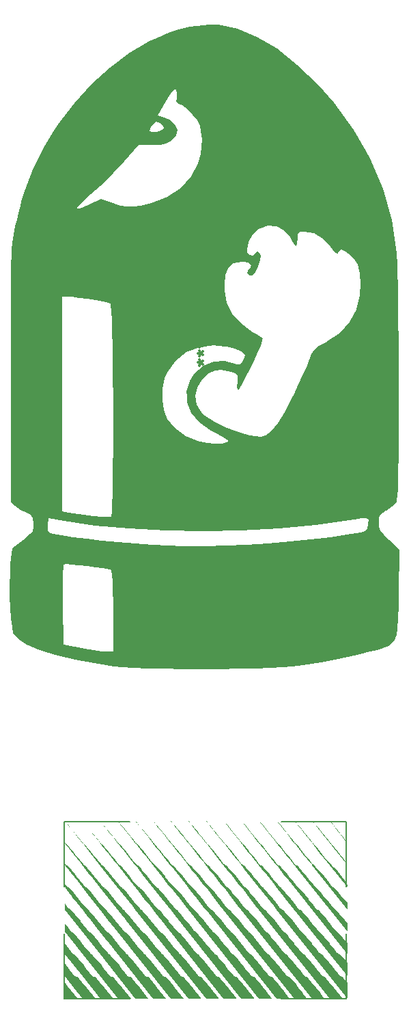
<source format=gbr>
%TF.GenerationSoftware,KiCad,Pcbnew,9.0.6*%
%TF.CreationDate,2026-01-10T23:27:57+00:00*%
%TF.ProjectId,P.P.B.T,502e502e-422e-4542-9e6b-696361645f70,rev?*%
%TF.SameCoordinates,Original*%
%TF.FileFunction,Legend,Bot*%
%TF.FilePolarity,Positive*%
%FSLAX46Y46*%
G04 Gerber Fmt 4.6, Leading zero omitted, Abs format (unit mm)*
G04 Created by KiCad (PCBNEW 9.0.6) date 2026-01-10 23:27:57*
%MOMM*%
%LPD*%
G01*
G04 APERTURE LIST*
%ADD10C,0.300000*%
%ADD11C,0.150000*%
%ADD12C,0.000000*%
G04 APERTURE END LIST*
D10*
X161232680Y-65153820D02*
X161161251Y-65010963D01*
X161161251Y-65010963D02*
X161161251Y-64796677D01*
X161161251Y-64796677D02*
X161232680Y-64582391D01*
X161232680Y-64582391D02*
X161375537Y-64439534D01*
X161375537Y-64439534D02*
X161518394Y-64368105D01*
X161518394Y-64368105D02*
X161804108Y-64296677D01*
X161804108Y-64296677D02*
X162018394Y-64296677D01*
X162018394Y-64296677D02*
X162304108Y-64368105D01*
X162304108Y-64368105D02*
X162446965Y-64439534D01*
X162446965Y-64439534D02*
X162589823Y-64582391D01*
X162589823Y-64582391D02*
X162661251Y-64796677D01*
X162661251Y-64796677D02*
X162661251Y-64939534D01*
X162661251Y-64939534D02*
X162589823Y-65153820D01*
X162589823Y-65153820D02*
X162518394Y-65225248D01*
X162518394Y-65225248D02*
X162018394Y-65225248D01*
X162018394Y-65225248D02*
X162018394Y-64939534D01*
X161161251Y-66082391D02*
X161518394Y-66082391D01*
X161375537Y-65725248D02*
X161518394Y-66082391D01*
X161518394Y-66082391D02*
X161375537Y-66439534D01*
X161804108Y-65868105D02*
X161518394Y-66082391D01*
X161518394Y-66082391D02*
X161804108Y-66296677D01*
X161161251Y-67225248D02*
X161518394Y-67225248D01*
X161375537Y-66868105D02*
X161518394Y-67225248D01*
X161518394Y-67225248D02*
X161375537Y-67582391D01*
X161804108Y-67010962D02*
X161518394Y-67225248D01*
X161518394Y-67225248D02*
X161804108Y-67439534D01*
X161161251Y-68368105D02*
X161518394Y-68368105D01*
X161375537Y-68010962D02*
X161518394Y-68368105D01*
X161518394Y-68368105D02*
X161375537Y-68725248D01*
X161804108Y-68153819D02*
X161518394Y-68368105D01*
X161518394Y-68368105D02*
X161804108Y-68582391D01*
D11*
%TO.C,L1*%
X144609794Y-125205336D02*
X144609794Y-133316336D01*
X144609794Y-125205336D02*
X152720794Y-125205336D01*
X144609794Y-147205336D02*
X144609794Y-139094336D01*
X144609794Y-147205336D02*
X152720794Y-147205336D01*
X179609794Y-125205336D02*
X171498794Y-125205336D01*
X179609794Y-125205336D02*
X179609794Y-133316336D01*
X179609794Y-147205336D02*
X171498794Y-147205336D01*
X179609794Y-147205336D02*
X179609794Y-139094336D01*
D12*
%TO.C,G\u002A\u002A\u002A*%
G36*
X163143117Y-26523305D02*
G01*
X163730614Y-26553696D01*
X166088292Y-27043623D01*
X168505794Y-28032392D01*
X169840065Y-28833623D01*
X170982562Y-29519693D01*
X173518040Y-31505218D01*
X176111669Y-33988656D01*
X178026222Y-36139547D01*
X180502192Y-39517314D01*
X181994669Y-42144140D01*
X182537393Y-43099358D01*
X184118228Y-46856682D01*
X185231098Y-50760291D01*
X185862407Y-54781188D01*
X185882777Y-55072915D01*
X185918739Y-55959577D01*
X185953169Y-57265250D01*
X185985318Y-58935964D01*
X186014437Y-60917750D01*
X186039779Y-63156640D01*
X186060594Y-65598663D01*
X186076133Y-68189852D01*
X186085649Y-70876237D01*
X186088715Y-72447973D01*
X186090479Y-75419569D01*
X186085302Y-77936610D01*
X186072551Y-80031950D01*
X186051590Y-81738444D01*
X186021785Y-83088945D01*
X185982500Y-84116309D01*
X185933102Y-84853390D01*
X185872955Y-85333041D01*
X185801425Y-85588118D01*
X185730968Y-85706779D01*
X185226840Y-86246742D01*
X184548386Y-86719802D01*
X184488021Y-86752427D01*
X183913538Y-87128238D01*
X183665218Y-87545271D01*
X183611324Y-88213520D01*
X183641277Y-88706978D01*
X183806039Y-89195752D01*
X184192423Y-89705781D01*
X184886287Y-90383171D01*
X186161929Y-91562074D01*
X186080841Y-96974008D01*
X186057308Y-98501902D01*
X186018179Y-100073351D01*
X185945562Y-101259000D01*
X185813991Y-102124733D01*
X185598005Y-102736437D01*
X185272139Y-103159998D01*
X184810930Y-103461303D01*
X184188913Y-103706237D01*
X183380625Y-103960687D01*
X182550739Y-104196898D01*
X180913735Y-104595101D01*
X178997133Y-105000574D01*
X176936213Y-105386975D01*
X174866251Y-105727962D01*
X172922526Y-105997191D01*
X172890994Y-106001005D01*
X171717361Y-106105287D01*
X170150953Y-106190775D01*
X168273166Y-106257439D01*
X166165400Y-106305250D01*
X163909054Y-106334177D01*
X161585525Y-106344190D01*
X159276212Y-106335258D01*
X157062514Y-106307353D01*
X155025828Y-106260443D01*
X153247554Y-106194498D01*
X151809089Y-106109489D01*
X150791833Y-106005385D01*
X148855803Y-105703672D01*
X145976555Y-105166883D01*
X143528696Y-104589452D01*
X141526481Y-103976002D01*
X139984166Y-103331156D01*
X138916005Y-102659539D01*
X138336253Y-101965772D01*
X138289026Y-101841396D01*
X138145137Y-101139364D01*
X138025236Y-100078940D01*
X137934183Y-98771043D01*
X137876841Y-97326591D01*
X137871518Y-96909745D01*
X144424635Y-96909745D01*
X144436246Y-98429286D01*
X144504704Y-103312349D01*
X146768071Y-103745733D01*
X147189982Y-103824103D01*
X148289077Y-104007425D01*
X149231273Y-104136954D01*
X149848764Y-104188568D01*
X150666091Y-104198019D01*
X150666091Y-99160424D01*
X150663953Y-98145056D01*
X150646824Y-96562974D01*
X150610042Y-95408827D01*
X150550603Y-94633514D01*
X150465502Y-94187931D01*
X150351734Y-94022977D01*
X150157668Y-93971434D01*
X149473001Y-93841270D01*
X148544117Y-93702386D01*
X147494604Y-93568780D01*
X146448047Y-93454453D01*
X145528034Y-93373403D01*
X144858152Y-93339630D01*
X144561989Y-93367134D01*
X144555787Y-93375388D01*
X144500342Y-93717092D01*
X144458674Y-94473491D01*
X144432775Y-95564428D01*
X144424635Y-96909745D01*
X137871518Y-96909745D01*
X137858070Y-95856499D01*
X137882733Y-94471687D01*
X137955690Y-93283071D01*
X138136371Y-91354944D01*
X139509792Y-90318001D01*
X139736610Y-90145940D01*
X140371423Y-89629987D01*
X140704522Y-89235703D01*
X140821468Y-88828286D01*
X140813767Y-88514936D01*
X142566781Y-88514936D01*
X142579808Y-89145528D01*
X142765771Y-89459575D01*
X143260172Y-89599848D01*
X144288865Y-89795077D01*
X144858152Y-89878254D01*
X145685393Y-89999120D01*
X147373734Y-90205052D01*
X149277864Y-90405952D01*
X151321762Y-90594896D01*
X153429405Y-90764961D01*
X155524771Y-90909224D01*
X157531837Y-91020762D01*
X159374581Y-91092653D01*
X160976982Y-91117974D01*
X162103981Y-91109042D01*
X164551510Y-91042214D01*
X167183380Y-90916987D01*
X169901404Y-90741631D01*
X172607395Y-90524416D01*
X175203166Y-90273611D01*
X177590528Y-89997486D01*
X179671295Y-89704310D01*
X181347279Y-89402353D01*
X181836914Y-89266268D01*
X182179208Y-88976466D01*
X182306282Y-88408447D01*
X182321057Y-88263869D01*
X182338805Y-87933750D01*
X182256542Y-87731958D01*
X181994669Y-87646926D01*
X181473586Y-87667087D01*
X180613695Y-87780873D01*
X179335397Y-87976717D01*
X175775590Y-88452471D01*
X171248743Y-88878589D01*
X166572011Y-89142040D01*
X161849659Y-89242709D01*
X157185952Y-89180480D01*
X152685153Y-88955238D01*
X148451527Y-88566867D01*
X144589339Y-88015252D01*
X142664198Y-87680479D01*
X142566979Y-88513232D01*
X142566781Y-88514936D01*
X140813767Y-88514936D01*
X140807820Y-88272934D01*
X140712114Y-87618101D01*
X140459268Y-87238803D01*
X139921542Y-86992306D01*
X139205251Y-86646380D01*
X138538373Y-86146682D01*
X137966091Y-85573563D01*
X137971043Y-73505436D01*
X144378962Y-73505436D01*
X144378962Y-86822753D01*
X145196289Y-86957542D01*
X145700932Y-87038214D01*
X147031973Y-87228401D01*
X148271309Y-87376126D01*
X149317796Y-87471556D01*
X150070293Y-87504855D01*
X150427658Y-87466190D01*
X150460377Y-87377479D01*
X150516019Y-86854865D01*
X150562932Y-85916842D01*
X150601298Y-84620802D01*
X150631301Y-83024138D01*
X150653122Y-81184243D01*
X150666946Y-79158508D01*
X150672954Y-77004327D01*
X150671330Y-74779093D01*
X150664104Y-72996159D01*
X156808841Y-72996159D01*
X156998045Y-74298479D01*
X157407913Y-75330526D01*
X158322010Y-76461253D01*
X159719666Y-77499305D01*
X161383337Y-78168047D01*
X161516341Y-78201037D01*
X162421732Y-78352415D01*
X163353741Y-78410261D01*
X164181494Y-78378440D01*
X164774119Y-78260815D01*
X165000744Y-78061250D01*
X165000742Y-78060929D01*
X164790072Y-77871386D01*
X164240202Y-77545216D01*
X163469813Y-77152841D01*
X162783634Y-76794165D01*
X161365195Y-75779258D01*
X160383177Y-74621622D01*
X159854195Y-73354646D01*
X159817063Y-72514142D01*
X160852807Y-72514142D01*
X161011976Y-73575010D01*
X161591330Y-74507779D01*
X162037819Y-74910391D01*
X163197129Y-75680154D01*
X164622900Y-76391302D01*
X166160522Y-76980217D01*
X167655387Y-77383281D01*
X168952884Y-77536877D01*
X169607157Y-77375133D01*
X170322096Y-76835504D01*
X171092535Y-75890118D01*
X171940640Y-74511578D01*
X172888579Y-72672486D01*
X173036061Y-72366457D01*
X173660921Y-71047596D01*
X174240771Y-69791189D01*
X174716470Y-68726788D01*
X175028877Y-67983948D01*
X175299690Y-67345604D01*
X175665977Y-66761359D01*
X176185069Y-66317446D01*
X177012432Y-65846324D01*
X177113332Y-65792958D01*
X178774861Y-64691389D01*
X179997464Y-63386509D01*
X180815437Y-61842209D01*
X180970750Y-61366860D01*
X181240087Y-60026778D01*
X181336817Y-58609784D01*
X181255280Y-57296805D01*
X180989815Y-56268769D01*
X180676221Y-55737786D01*
X180102423Y-55089724D01*
X179473561Y-54598639D01*
X178942695Y-54403960D01*
X178775680Y-54454009D01*
X178536511Y-54804083D01*
X178451281Y-54907757D01*
X178148428Y-54695822D01*
X177632398Y-54034507D01*
X176794779Y-53095410D01*
X175626478Y-52382748D01*
X174313772Y-52140594D01*
X173835219Y-52178776D01*
X173598652Y-52406247D01*
X173551239Y-52978878D01*
X173515930Y-53597421D01*
X173372438Y-53944231D01*
X173123823Y-53799569D01*
X172775746Y-53162098D01*
X172634614Y-52882596D01*
X171888094Y-52002302D01*
X170920835Y-51507034D01*
X169840065Y-51432695D01*
X168753016Y-51815188D01*
X168691041Y-51853522D01*
X167987535Y-52535445D01*
X167467275Y-53457001D01*
X167264110Y-54386988D01*
X167337315Y-54695871D01*
X167623577Y-55034532D01*
X167971741Y-55153470D01*
X168213055Y-54952175D01*
X168236897Y-54891861D01*
X168528449Y-54658940D01*
X168863990Y-54769765D01*
X169024506Y-55166493D01*
X168938574Y-55722356D01*
X168684808Y-56473745D01*
X168349896Y-57151360D01*
X168022313Y-57545208D01*
X167921853Y-57593674D01*
X167539344Y-57548918D01*
X167335408Y-57244328D01*
X167465298Y-56868515D01*
X167598206Y-56722483D01*
X167776288Y-56285647D01*
X167488607Y-56009302D01*
X166749709Y-55912871D01*
X166616085Y-55914775D01*
X165642677Y-56100176D01*
X164985888Y-56616564D01*
X164614619Y-57503833D01*
X164497774Y-58801879D01*
X164518820Y-59443483D01*
X164800618Y-60986441D01*
X165447140Y-62311092D01*
X166504439Y-63493396D01*
X168018566Y-64609314D01*
X168459084Y-64887447D01*
X168998860Y-65229879D01*
X169251715Y-65392655D01*
X169255314Y-65396504D01*
X169194182Y-65671547D01*
X168951204Y-66286317D01*
X168574289Y-67141460D01*
X168111347Y-68137624D01*
X167610286Y-69175457D01*
X167119015Y-70155607D01*
X166685442Y-70978721D01*
X166357477Y-71545448D01*
X166183027Y-71756435D01*
X166134216Y-71735315D01*
X166042516Y-71395841D01*
X166074710Y-70755522D01*
X166111836Y-70462925D01*
X166110496Y-69954373D01*
X165874364Y-69693530D01*
X165290496Y-69499499D01*
X164970272Y-69414887D01*
X164050394Y-69265420D01*
X163316210Y-69365751D01*
X162562428Y-69733488D01*
X161704993Y-70450731D01*
X161091315Y-71435831D01*
X160852807Y-72514142D01*
X159817063Y-72514142D01*
X159794867Y-72011720D01*
X160221809Y-70626234D01*
X160818020Y-69687436D01*
X161862025Y-68775187D01*
X163127347Y-68274715D01*
X164546068Y-68209593D01*
X166050269Y-68603392D01*
X166367059Y-68634569D01*
X166741853Y-68271681D01*
X166902630Y-67919823D01*
X167012625Y-67504179D01*
X166967599Y-67355781D01*
X166552805Y-67006293D01*
X165793493Y-66683101D01*
X164799740Y-66426733D01*
X163681626Y-66277721D01*
X163143117Y-66256565D01*
X161332184Y-66467510D01*
X159739817Y-67109468D01*
X158409403Y-68159584D01*
X157384331Y-69595001D01*
X157095420Y-70308981D01*
X156841050Y-71605636D01*
X156808841Y-72996159D01*
X150664104Y-72996159D01*
X150662256Y-72540196D01*
X150645916Y-70345031D01*
X150622491Y-68250990D01*
X150592166Y-66315465D01*
X150555122Y-64595848D01*
X150511543Y-63149533D01*
X150461611Y-62033913D01*
X150405510Y-61306378D01*
X150343422Y-61024323D01*
X150104203Y-60946266D01*
X149452536Y-60808628D01*
X148538872Y-60648706D01*
X147497240Y-60487039D01*
X146461666Y-60344167D01*
X145566178Y-60240630D01*
X144944803Y-60196969D01*
X144378962Y-60188118D01*
X144378962Y-73505436D01*
X137971043Y-73505436D01*
X137972564Y-69800148D01*
X137973008Y-68788925D01*
X137975157Y-65715917D01*
X137979333Y-63090261D01*
X137986854Y-60869135D01*
X137999035Y-59009713D01*
X138017195Y-57469173D01*
X138042650Y-56204690D01*
X138076716Y-55173440D01*
X138120710Y-54332600D01*
X138175949Y-53639346D01*
X138243749Y-53050854D01*
X138325428Y-52524300D01*
X138422302Y-52016861D01*
X138535688Y-51485712D01*
X138650006Y-50981872D01*
X139005143Y-49554350D01*
X139081215Y-49277370D01*
X146210127Y-49277370D01*
X146442223Y-49271716D01*
X147011692Y-49094735D01*
X147773400Y-48778173D01*
X149188167Y-48130471D01*
X150838749Y-48672319D01*
X151642479Y-48919262D01*
X152416304Y-49071920D01*
X153164032Y-49070102D01*
X154129828Y-48933162D01*
X155413880Y-48642751D01*
X157391054Y-47863263D01*
X159044979Y-46754173D01*
X160336499Y-45344557D01*
X161226455Y-43663491D01*
X161548098Y-42512967D01*
X161692121Y-40767904D01*
X161447566Y-39116532D01*
X161426323Y-39049550D01*
X161084010Y-38393386D01*
X160533492Y-37664523D01*
X159892291Y-36988490D01*
X159277927Y-36490816D01*
X158807922Y-36297029D01*
X158722900Y-36292098D01*
X158505328Y-36113714D01*
X158539944Y-35593601D01*
X158582188Y-35037680D01*
X158480065Y-34565653D01*
X158465547Y-34545796D01*
X158236247Y-34590894D01*
X157837868Y-35074798D01*
X157259280Y-36010683D01*
X156239059Y-37780232D01*
X157068700Y-38054039D01*
X157623597Y-38284518D01*
X158355941Y-38850234D01*
X158655244Y-39525816D01*
X158501670Y-40240688D01*
X157875383Y-40924274D01*
X157759565Y-41006393D01*
X157215078Y-41276243D01*
X156514230Y-41403253D01*
X155486274Y-41423072D01*
X153809655Y-41393668D01*
X152677972Y-42760711D01*
X152055434Y-43478323D01*
X150696650Y-44903308D01*
X149077324Y-46462913D01*
X147295045Y-48061044D01*
X146706911Y-48606394D01*
X146307572Y-49051911D01*
X146210127Y-49277370D01*
X139081215Y-49277370D01*
X139395801Y-48131960D01*
X139756121Y-46958979D01*
X140702636Y-44506696D01*
X142149049Y-41614098D01*
X143365518Y-39675546D01*
X155192823Y-39675546D01*
X155207139Y-39715048D01*
X155504535Y-39806909D01*
X156025409Y-39789740D01*
X156555423Y-39665173D01*
X156753509Y-39565861D01*
X156953219Y-39338242D01*
X156848485Y-39083142D01*
X156465705Y-38725933D01*
X156031572Y-38560396D01*
X156012623Y-38561449D01*
X155672244Y-38782512D01*
X155341445Y-39230370D01*
X155192823Y-39675546D01*
X143365518Y-39675546D01*
X143877489Y-38859675D01*
X144378962Y-38202576D01*
X145844237Y-36282570D01*
X148005574Y-33921927D01*
X150317779Y-31816890D01*
X152737132Y-30006601D01*
X155219915Y-28530206D01*
X156031572Y-28172343D01*
X157722406Y-27426846D01*
X158465547Y-27219605D01*
X160200886Y-26735667D01*
X162611635Y-26495811D01*
X163143117Y-26523305D01*
G37*
G36*
X144680786Y-145172582D02*
G01*
X144754235Y-145260666D01*
X144880839Y-145416188D01*
X145050871Y-145627108D01*
X145254602Y-145881387D01*
X145482304Y-146166988D01*
X146285611Y-147176867D01*
X145469562Y-147176867D01*
X144653513Y-147176867D01*
X144653513Y-146166988D01*
X144653898Y-145921207D01*
X144655581Y-145617172D01*
X144658372Y-145375030D01*
X144662015Y-145214951D01*
X144666256Y-145157108D01*
X144680786Y-145172582D01*
G37*
G36*
X145306098Y-143603856D02*
G01*
X145447903Y-143781151D01*
X145646382Y-144024931D01*
X145795231Y-144198680D01*
X145905889Y-144313863D01*
X145989795Y-144381943D01*
X146058388Y-144414384D01*
X146123107Y-144422651D01*
X146163351Y-144426455D01*
X146217983Y-144446831D01*
X146284444Y-144492795D01*
X146370805Y-144573165D01*
X146485139Y-144696759D01*
X146635518Y-144872397D01*
X146830014Y-145108897D01*
X147076700Y-145415078D01*
X147383648Y-145799759D01*
X148479764Y-147176867D01*
X147676145Y-147176867D01*
X146872526Y-147176867D01*
X145763020Y-145784957D01*
X144653513Y-144393046D01*
X144653513Y-143589053D01*
X144653513Y-142785060D01*
X145306098Y-143603856D01*
G37*
G36*
X177600024Y-125154019D02*
G01*
X177667732Y-125223700D01*
X177788423Y-125362491D01*
X177951936Y-125557643D01*
X178148107Y-125796410D01*
X178366775Y-126066042D01*
X178597777Y-126353791D01*
X178830950Y-126646910D01*
X179056132Y-126932650D01*
X179263160Y-127198263D01*
X179441873Y-127431002D01*
X179582106Y-127618117D01*
X179673699Y-127746861D01*
X179706488Y-127804487D01*
X179698394Y-127801852D01*
X179634795Y-127736519D01*
X179514829Y-127598904D01*
X179346719Y-127398851D01*
X179138688Y-127146207D01*
X178898961Y-126850818D01*
X178635760Y-126522529D01*
X178508406Y-126362336D01*
X178256162Y-126042315D01*
X178032753Y-125755222D01*
X177846275Y-125511690D01*
X177704826Y-125322347D01*
X177616503Y-125197827D01*
X177589403Y-125148759D01*
X177600024Y-125154019D01*
G37*
G36*
X145202741Y-140980878D02*
G01*
X145253027Y-141043462D01*
X145468842Y-141302577D01*
X145646237Y-141499471D01*
X145776235Y-141624603D01*
X145849856Y-141668434D01*
X145893586Y-141694056D01*
X146007338Y-141804116D01*
X146182199Y-141997753D01*
X146415171Y-142271507D01*
X146703258Y-142621923D01*
X147043464Y-143045542D01*
X147339389Y-143416691D01*
X147587188Y-143724802D01*
X147782565Y-143963092D01*
X147933669Y-144140421D01*
X148048648Y-144265644D01*
X148135651Y-144347621D01*
X148202826Y-144395209D01*
X148258322Y-144417267D01*
X148310286Y-144422651D01*
X148360340Y-144427601D01*
X148415573Y-144448901D01*
X148482199Y-144495410D01*
X148568364Y-144575983D01*
X148682219Y-144699477D01*
X148831912Y-144874746D01*
X149025592Y-145110646D01*
X149271407Y-145416032D01*
X149577506Y-145799759D01*
X150673622Y-147176867D01*
X149869813Y-147176867D01*
X149066003Y-147176867D01*
X146859758Y-144407602D01*
X144653513Y-141638336D01*
X144653513Y-140965829D01*
X144653513Y-140293322D01*
X145202741Y-140980878D01*
G37*
G36*
X175410690Y-125158687D02*
G01*
X175485996Y-125239089D01*
X175616742Y-125390594D01*
X175794601Y-125603207D01*
X176011250Y-125866932D01*
X176258364Y-126171775D01*
X176527617Y-126507739D01*
X176683698Y-126702952D01*
X176943407Y-127025015D01*
X177177280Y-127311605D01*
X177376758Y-127552427D01*
X177533281Y-127737188D01*
X177638288Y-127855593D01*
X177683218Y-127897349D01*
X177726543Y-127929609D01*
X177829416Y-128039016D01*
X177978851Y-128212769D01*
X178164269Y-128437270D01*
X178375088Y-128698921D01*
X178600730Y-128984123D01*
X178830613Y-129279278D01*
X179054157Y-129570789D01*
X179260782Y-129845057D01*
X179439908Y-130088484D01*
X179580955Y-130287472D01*
X179673342Y-130428422D01*
X179706488Y-130497736D01*
X179701849Y-130503537D01*
X179648920Y-130463646D01*
X179536066Y-130344797D01*
X179362188Y-130145672D01*
X179126185Y-129864953D01*
X178826959Y-129501322D01*
X178463408Y-129053460D01*
X178034434Y-128520049D01*
X177538936Y-127899770D01*
X177456701Y-127796507D01*
X177081670Y-127324440D01*
X176729714Y-126879597D01*
X176406591Y-126469367D01*
X176118056Y-126101137D01*
X175869865Y-125782298D01*
X175667774Y-125520237D01*
X175517540Y-125322343D01*
X175424917Y-125196005D01*
X175395663Y-125148610D01*
X175410690Y-125158687D01*
G37*
G36*
X145081061Y-138379951D02*
G01*
X145265189Y-138603415D01*
X145428685Y-138782009D01*
X145547223Y-138882646D01*
X145629932Y-138914217D01*
X145632686Y-138914307D01*
X145686425Y-138937547D01*
X145769600Y-139006744D01*
X145888508Y-139129020D01*
X146049443Y-139311495D01*
X146258702Y-139561290D01*
X146522580Y-139885526D01*
X146847371Y-140291325D01*
X147104328Y-140611999D01*
X147408114Y-140983948D01*
X147656477Y-141278704D01*
X147846693Y-141493129D01*
X147976044Y-141624084D01*
X148041805Y-141668434D01*
X148083817Y-141692453D01*
X148196567Y-141800744D01*
X148370906Y-141993336D01*
X148604112Y-142267092D01*
X148893464Y-142618873D01*
X149236239Y-143045542D01*
X149534532Y-143419521D01*
X149781896Y-143726959D01*
X149976897Y-143964671D01*
X150127687Y-144141512D01*
X150242418Y-144266340D01*
X150329243Y-144348011D01*
X150396314Y-144395382D01*
X150451782Y-144417310D01*
X150503801Y-144422651D01*
X150554344Y-144427655D01*
X150609604Y-144448994D01*
X150676236Y-144495526D01*
X150762392Y-144576108D01*
X150876224Y-144699597D01*
X151025885Y-144874850D01*
X151219528Y-145110724D01*
X151465303Y-145416074D01*
X151771364Y-145799759D01*
X152867480Y-147176867D01*
X152063605Y-147176867D01*
X151259730Y-147176867D01*
X147956622Y-143030410D01*
X144653513Y-138883952D01*
X144653513Y-138364818D01*
X144653513Y-137845685D01*
X145081061Y-138379951D01*
G37*
G36*
X173216861Y-125158650D02*
G01*
X173292160Y-125239062D01*
X173422898Y-125390575D01*
X173600752Y-125603196D01*
X173817396Y-125866927D01*
X174064507Y-126171773D01*
X174333759Y-126507739D01*
X174489780Y-126702867D01*
X174749557Y-127024951D01*
X174983542Y-127311560D01*
X175183166Y-127552400D01*
X175339863Y-127737175D01*
X175445064Y-127855590D01*
X175490201Y-127897349D01*
X175506466Y-127909618D01*
X175584890Y-127993838D01*
X175718663Y-128149165D01*
X175899176Y-128365244D01*
X176117824Y-128631722D01*
X176365997Y-128938244D01*
X176635087Y-129274458D01*
X176905688Y-129611973D01*
X177203406Y-129976045D01*
X177447869Y-130265858D01*
X177635768Y-130477595D01*
X177763792Y-130607437D01*
X177828633Y-130651566D01*
X177839782Y-130654512D01*
X177923358Y-130720819D01*
X178067377Y-130870493D01*
X178267256Y-131098355D01*
X178518417Y-131399228D01*
X178816276Y-131767934D01*
X178949437Y-131935037D01*
X179191162Y-132239971D01*
X179375116Y-132476359D01*
X179509171Y-132656245D01*
X179601198Y-132791668D01*
X179659071Y-132894671D01*
X179690663Y-132977294D01*
X179703844Y-133051580D01*
X179706488Y-133129570D01*
X179706488Y-133374838D01*
X176442041Y-129276922D01*
X176296861Y-129094616D01*
X175834956Y-128513774D01*
X175395036Y-127959360D01*
X174981807Y-127437371D01*
X174599979Y-126953806D01*
X174254258Y-126514662D01*
X173949353Y-126125939D01*
X173689972Y-125793634D01*
X173480822Y-125523747D01*
X173326612Y-125322274D01*
X173232048Y-125195215D01*
X173201840Y-125148567D01*
X173216861Y-125158650D01*
G37*
G36*
X144983816Y-135748509D02*
G01*
X145060461Y-135841038D01*
X145211018Y-136005686D01*
X145334312Y-136118283D01*
X145410805Y-136160000D01*
X145459978Y-136190808D01*
X145576876Y-136306119D01*
X145753471Y-136502771D01*
X145985979Y-136776398D01*
X146270619Y-137122633D01*
X146603609Y-137537108D01*
X146656199Y-137603133D01*
X146970137Y-137994687D01*
X147224215Y-138306013D01*
X147424884Y-138544396D01*
X147578590Y-138717122D01*
X147691782Y-138831476D01*
X147770909Y-138894746D01*
X147822419Y-138914217D01*
X147828631Y-138914631D01*
X147883869Y-138940200D01*
X147967689Y-139010659D01*
X148086540Y-139133295D01*
X148246872Y-139315394D01*
X148455131Y-139564241D01*
X148717768Y-139887123D01*
X149041229Y-140291325D01*
X149298186Y-140611999D01*
X149601972Y-140983948D01*
X149850335Y-141278704D01*
X150040551Y-141493129D01*
X150169902Y-141624084D01*
X150235663Y-141668434D01*
X150277675Y-141692453D01*
X150390425Y-141800744D01*
X150564764Y-141993336D01*
X150797970Y-142267092D01*
X151087321Y-142618873D01*
X151430097Y-143045542D01*
X151728390Y-143419521D01*
X151975754Y-143726959D01*
X152170755Y-143964671D01*
X152321545Y-144141512D01*
X152436276Y-144266340D01*
X152523101Y-144348011D01*
X152590172Y-144395382D01*
X152645640Y-144417310D01*
X152697659Y-144422651D01*
X152748202Y-144427655D01*
X152803462Y-144448994D01*
X152870094Y-144495526D01*
X152956250Y-144576108D01*
X153070082Y-144699597D01*
X153219743Y-144874850D01*
X153413386Y-145110724D01*
X153659161Y-145416074D01*
X153965222Y-145799759D01*
X155061338Y-147176867D01*
X154257430Y-147176867D01*
X153453522Y-147176867D01*
X149053518Y-141653259D01*
X144653513Y-136129651D01*
X144653513Y-135733335D01*
X144653513Y-135337018D01*
X144983816Y-135748509D01*
G37*
G36*
X171023018Y-125158632D02*
G01*
X171098313Y-125239048D01*
X171229047Y-125390566D01*
X171406898Y-125603191D01*
X171623540Y-125866925D01*
X171870649Y-126171773D01*
X172139901Y-126507739D01*
X172295922Y-126702867D01*
X172555699Y-127024951D01*
X172789684Y-127311560D01*
X172989308Y-127552400D01*
X173146005Y-127737175D01*
X173251206Y-127855590D01*
X173296343Y-127897349D01*
X173312608Y-127909618D01*
X173391032Y-127993838D01*
X173524805Y-128149165D01*
X173705319Y-128365244D01*
X173923966Y-128631722D01*
X174172139Y-128938244D01*
X174441229Y-129274458D01*
X174752408Y-129662642D01*
X175049386Y-130025627D01*
X175284641Y-130303398D01*
X175460456Y-130498568D01*
X175579110Y-130613752D01*
X175642886Y-130651566D01*
X175696588Y-130681152D01*
X175807738Y-130786629D01*
X175975000Y-130971236D01*
X176200801Y-131237770D01*
X176487567Y-131589025D01*
X176837727Y-132027796D01*
X176847980Y-132040749D01*
X177169908Y-132445044D01*
X177431280Y-132767694D01*
X177638338Y-133015804D01*
X177797330Y-133196475D01*
X177914500Y-133316814D01*
X177996092Y-133383922D01*
X178048353Y-133404904D01*
X178087140Y-133415880D01*
X178169320Y-133474669D01*
X178288121Y-133591379D01*
X178450926Y-133774010D01*
X178665119Y-134030564D01*
X178938084Y-134369042D01*
X179706488Y-135332300D01*
X179706488Y-135730721D01*
X179706488Y-136129141D01*
X175345129Y-130654052D01*
X175307337Y-130606607D01*
X174766451Y-129927063D01*
X174245630Y-129271809D01*
X173748956Y-128646024D01*
X173280510Y-128054888D01*
X172844370Y-127503580D01*
X172444619Y-126997282D01*
X172085336Y-126541172D01*
X171770603Y-126140430D01*
X171504500Y-125800237D01*
X171291107Y-125525772D01*
X171134506Y-125322215D01*
X171038776Y-125194747D01*
X171007999Y-125148546D01*
X171023018Y-125158632D01*
G37*
G36*
X168829169Y-125158621D02*
G01*
X168904461Y-125239040D01*
X169035194Y-125390561D01*
X169213043Y-125603187D01*
X169429683Y-125866923D01*
X169676792Y-126171772D01*
X169946043Y-126507739D01*
X170102064Y-126702867D01*
X170361841Y-127024951D01*
X170595826Y-127311560D01*
X170795450Y-127552400D01*
X170952147Y-127737175D01*
X171057348Y-127855590D01*
X171102485Y-127897349D01*
X171118750Y-127909618D01*
X171197174Y-127993838D01*
X171330947Y-128149165D01*
X171511461Y-128365244D01*
X171730108Y-128631722D01*
X171978281Y-128938244D01*
X172247371Y-129274458D01*
X172293021Y-129331774D01*
X172608553Y-129725402D01*
X172864070Y-130038590D01*
X173065983Y-130278585D01*
X173220706Y-130452634D01*
X173334648Y-130567983D01*
X173414221Y-130631878D01*
X173465839Y-130651566D01*
X173471209Y-130651883D01*
X173526090Y-130676910D01*
X173609736Y-130747071D01*
X173728560Y-130869618D01*
X173888975Y-131051800D01*
X174097396Y-131300870D01*
X174360236Y-131624078D01*
X174683909Y-132028675D01*
X174928573Y-132334261D01*
X175237668Y-132713248D01*
X175489427Y-133012429D01*
X175681649Y-133229269D01*
X175812135Y-133361232D01*
X175878685Y-133405783D01*
X175917595Y-133427003D01*
X176028442Y-133532037D01*
X176201704Y-133722692D01*
X176435169Y-133996419D01*
X176726625Y-134350668D01*
X177073859Y-134782892D01*
X177094689Y-134809051D01*
X177438341Y-135237041D01*
X177719136Y-135579034D01*
X177940259Y-135838678D01*
X178104901Y-136019622D01*
X178216249Y-136125514D01*
X178277492Y-136160000D01*
X178303347Y-136167368D01*
X178402662Y-136243881D01*
X178557870Y-136405599D01*
X178771417Y-136655180D01*
X179045748Y-136995283D01*
X179706488Y-137830567D01*
X179706488Y-138356988D01*
X179706488Y-138883409D01*
X174248210Y-132031174D01*
X173869357Y-131555420D01*
X173273293Y-130806299D01*
X172698774Y-130083521D01*
X172149449Y-129391712D01*
X171628972Y-128735497D01*
X171140994Y-128119501D01*
X170689165Y-127548349D01*
X170277139Y-127026666D01*
X169908567Y-126559078D01*
X169587099Y-126150209D01*
X169316389Y-125804684D01*
X169100088Y-125527129D01*
X168941846Y-125322169D01*
X168845317Y-125194428D01*
X168814151Y-125148533D01*
X168829169Y-125158621D01*
G37*
G36*
X144859594Y-133145663D02*
G01*
X144918547Y-133214406D01*
X145072429Y-133355766D01*
X145192042Y-133405783D01*
X145192611Y-133405787D01*
X145245275Y-133427376D01*
X145327974Y-133495670D01*
X145446897Y-133617674D01*
X145608233Y-133800393D01*
X145818170Y-134050832D01*
X146082896Y-134375997D01*
X146408600Y-134782892D01*
X146665557Y-135103566D01*
X146969343Y-135475515D01*
X147217705Y-135770270D01*
X147407922Y-135984695D01*
X147537272Y-136115651D01*
X147603034Y-136160000D01*
X147645046Y-136184019D01*
X147757796Y-136292310D01*
X147932135Y-136484903D01*
X148165340Y-136758658D01*
X148454692Y-137110440D01*
X148797467Y-137537108D01*
X148850057Y-137603133D01*
X149163995Y-137994687D01*
X149418073Y-138306013D01*
X149618742Y-138544396D01*
X149772448Y-138717122D01*
X149885640Y-138831476D01*
X149964767Y-138894746D01*
X150016277Y-138914217D01*
X150022489Y-138914631D01*
X150077727Y-138940200D01*
X150161547Y-139010659D01*
X150280398Y-139133295D01*
X150440729Y-139315394D01*
X150648989Y-139564241D01*
X150911626Y-139887123D01*
X151235087Y-140291325D01*
X151492044Y-140611999D01*
X151795830Y-140983948D01*
X152044192Y-141278704D01*
X152234409Y-141493129D01*
X152363759Y-141624084D01*
X152429521Y-141668434D01*
X152471533Y-141692453D01*
X152584283Y-141800744D01*
X152758622Y-141993336D01*
X152991828Y-142267092D01*
X153281179Y-142618873D01*
X153623955Y-143045542D01*
X153922248Y-143419521D01*
X154169612Y-143726959D01*
X154364613Y-143964671D01*
X154515403Y-144141512D01*
X154630134Y-144266340D01*
X154716959Y-144348011D01*
X154784030Y-144395382D01*
X154839498Y-144417310D01*
X154891517Y-144422651D01*
X154942060Y-144427655D01*
X154997320Y-144448994D01*
X155063951Y-144495526D01*
X155150108Y-144576108D01*
X155263940Y-144699597D01*
X155413601Y-144874850D01*
X155607244Y-145110724D01*
X155853019Y-145416074D01*
X156159080Y-145799759D01*
X157255196Y-147176867D01*
X156450675Y-147176867D01*
X155646155Y-147176867D01*
X150162022Y-140291621D01*
X149730268Y-139749550D01*
X149050114Y-138895499D01*
X148433890Y-138121454D01*
X147878430Y-137423303D01*
X147380570Y-136796933D01*
X146937145Y-136238231D01*
X146544989Y-135743084D01*
X146200937Y-135307380D01*
X145901825Y-134927007D01*
X145644487Y-134597851D01*
X145425759Y-134315801D01*
X145242474Y-134076742D01*
X145091469Y-133876564D01*
X144969577Y-133711152D01*
X144873635Y-133576395D01*
X144800476Y-133468180D01*
X144746936Y-133382394D01*
X144709850Y-133314924D01*
X144686052Y-133261659D01*
X144672377Y-133218484D01*
X144665661Y-133181288D01*
X144662739Y-133145959D01*
X144647588Y-132885542D01*
X144859594Y-133145663D01*
G37*
G36*
X166635317Y-125158614D02*
G01*
X166710607Y-125239035D01*
X166841339Y-125390557D01*
X167019186Y-125603185D01*
X167235826Y-125866922D01*
X167482934Y-126171772D01*
X167752185Y-126507739D01*
X167908206Y-126702867D01*
X168167983Y-127024951D01*
X168401968Y-127311560D01*
X168601592Y-127552400D01*
X168758289Y-127737175D01*
X168863490Y-127855590D01*
X168908628Y-127897349D01*
X168924892Y-127909618D01*
X169003316Y-127993838D01*
X169137089Y-128149165D01*
X169317603Y-128365244D01*
X169536250Y-128631722D01*
X169784423Y-128938244D01*
X170053513Y-129274458D01*
X170126336Y-129365860D01*
X170435612Y-129751356D01*
X170685494Y-130057248D01*
X170882534Y-130290932D01*
X171033286Y-130459807D01*
X171144304Y-130571272D01*
X171222141Y-130632726D01*
X171273351Y-130651566D01*
X171282407Y-130652383D01*
X171338624Y-130679620D01*
X171422665Y-130750928D01*
X171541095Y-130873740D01*
X171700482Y-131055488D01*
X171907393Y-131303605D01*
X172168394Y-131625523D01*
X172490052Y-132028675D01*
X172708189Y-132302061D01*
X173027979Y-132695975D01*
X173286514Y-133004589D01*
X173482681Y-133226618D01*
X173615367Y-133360778D01*
X173683458Y-133405783D01*
X173716863Y-133422286D01*
X173824161Y-133521181D01*
X173995347Y-133708095D01*
X174229196Y-133981622D01*
X174524489Y-134340357D01*
X174880001Y-134782892D01*
X174957643Y-134880337D01*
X175265806Y-135264387D01*
X175514687Y-135568983D01*
X175710863Y-135801548D01*
X175860914Y-135969508D01*
X175971416Y-136080286D01*
X176048949Y-136141309D01*
X176100090Y-136160000D01*
X176109974Y-136160953D01*
X176166397Y-136188626D01*
X176250361Y-136260127D01*
X176368470Y-136382944D01*
X176527324Y-136564564D01*
X176733526Y-136812473D01*
X176993678Y-137134159D01*
X177314381Y-137537108D01*
X177506815Y-137779068D01*
X177836996Y-138187560D01*
X178102094Y-138505382D01*
X178302057Y-138732472D01*
X178436832Y-138868771D01*
X178506366Y-138914217D01*
X178508449Y-138914300D01*
X178589809Y-138963288D01*
X178728961Y-139098313D01*
X178920061Y-139313199D01*
X179157261Y-139601773D01*
X179706488Y-140289329D01*
X179706488Y-140963495D01*
X179706488Y-141637661D01*
X173151288Y-133408291D01*
X173136429Y-133389636D01*
X172470077Y-132552773D01*
X171822709Y-131739134D01*
X171197661Y-130952938D01*
X170598266Y-130198402D01*
X170027859Y-129479743D01*
X169489775Y-128801178D01*
X168987348Y-128166925D01*
X168523913Y-127581200D01*
X168102805Y-127048222D01*
X167727357Y-126572208D01*
X167400906Y-126157374D01*
X167126786Y-125807939D01*
X166908330Y-125528118D01*
X166748874Y-125322131D01*
X166651753Y-125194194D01*
X166620300Y-125148524D01*
X166635317Y-125158614D01*
G37*
G36*
X144688817Y-130432918D02*
G01*
X144766349Y-130518488D01*
X144872182Y-130611382D01*
X144973953Y-130651566D01*
X145032157Y-130691471D01*
X145153847Y-130814767D01*
X145332890Y-131015837D01*
X145564356Y-131288979D01*
X145843316Y-131628492D01*
X146164838Y-132028675D01*
X146217427Y-132094699D01*
X146531365Y-132486254D01*
X146785444Y-132797579D01*
X146986112Y-133035962D01*
X147139818Y-133208688D01*
X147253010Y-133323043D01*
X147332137Y-133386312D01*
X147383648Y-133405783D01*
X147389860Y-133406197D01*
X147445097Y-133431766D01*
X147528917Y-133502225D01*
X147647769Y-133624861D01*
X147808100Y-133806960D01*
X148016360Y-134055807D01*
X148278996Y-134378689D01*
X148602458Y-134782892D01*
X148859415Y-135103566D01*
X149163201Y-135475515D01*
X149411563Y-135770270D01*
X149601780Y-135984695D01*
X149731130Y-136115651D01*
X149796892Y-136160000D01*
X149838904Y-136184019D01*
X149951654Y-136292310D01*
X150125993Y-136484903D01*
X150359198Y-136758658D01*
X150648550Y-137110440D01*
X150991325Y-137537108D01*
X151043914Y-137603133D01*
X151357853Y-137994687D01*
X151611931Y-138306013D01*
X151812600Y-138544396D01*
X151966306Y-138717122D01*
X152079498Y-138831476D01*
X152158625Y-138894746D01*
X152210135Y-138914217D01*
X152216347Y-138914631D01*
X152271584Y-138940200D01*
X152355405Y-139010659D01*
X152474256Y-139133295D01*
X152634587Y-139315394D01*
X152842847Y-139564241D01*
X153105484Y-139887123D01*
X153428945Y-140291325D01*
X153685902Y-140611999D01*
X153989688Y-140983948D01*
X154238050Y-141278704D01*
X154428267Y-141493129D01*
X154557617Y-141624084D01*
X154623379Y-141668434D01*
X154665391Y-141692453D01*
X154778141Y-141800744D01*
X154952480Y-141993336D01*
X155185686Y-142267092D01*
X155475037Y-142618873D01*
X155817813Y-143045542D01*
X156116106Y-143419521D01*
X156363470Y-143726959D01*
X156558471Y-143964671D01*
X156709261Y-144141512D01*
X156823992Y-144266340D01*
X156910817Y-144348011D01*
X156977888Y-144395382D01*
X157033356Y-144417310D01*
X157085375Y-144422651D01*
X157135918Y-144427655D01*
X157191178Y-144448994D01*
X157257809Y-144495526D01*
X157343966Y-144576108D01*
X157457798Y-144699597D01*
X157607459Y-144874850D01*
X157801102Y-145110724D01*
X158046877Y-145416074D01*
X158352938Y-145799759D01*
X159449054Y-147176867D01*
X158645113Y-147176867D01*
X157841172Y-147176867D01*
X151247343Y-138899000D01*
X150890852Y-138451358D01*
X150065840Y-137414519D01*
X149294353Y-136443667D01*
X148577604Y-135540346D01*
X147916808Y-134706104D01*
X147313180Y-133942488D01*
X146767935Y-133251043D01*
X146282287Y-132633317D01*
X145857452Y-132090856D01*
X145494643Y-131625207D01*
X145195075Y-131237917D01*
X144959964Y-130930531D01*
X144790524Y-130704597D01*
X144687968Y-130561662D01*
X144653513Y-130503271D01*
X144658586Y-130430295D01*
X144688817Y-130432918D01*
G37*
G36*
X164441463Y-125158608D02*
G01*
X164516752Y-125239031D01*
X164647483Y-125390555D01*
X164825330Y-125603184D01*
X165041969Y-125866922D01*
X165289076Y-126171772D01*
X165558327Y-126507739D01*
X165714348Y-126702867D01*
X165974125Y-127024951D01*
X166208110Y-127311560D01*
X166407734Y-127552400D01*
X166564431Y-127737175D01*
X166669632Y-127855590D01*
X166714770Y-127897349D01*
X166731034Y-127909618D01*
X166809458Y-127993838D01*
X166943231Y-128149165D01*
X167123745Y-128365244D01*
X167342392Y-128631722D01*
X167590565Y-128938244D01*
X167859655Y-129274458D01*
X167912245Y-129340482D01*
X168226183Y-129732037D01*
X168480262Y-130043362D01*
X168680930Y-130281745D01*
X168834636Y-130454471D01*
X168947828Y-130568826D01*
X169026955Y-130632095D01*
X169078465Y-130651566D01*
X169084677Y-130651980D01*
X169139915Y-130677549D01*
X169223735Y-130748008D01*
X169342586Y-130870644D01*
X169502918Y-131052743D01*
X169711177Y-131301590D01*
X169973814Y-131624472D01*
X170297275Y-132028675D01*
X170554232Y-132349349D01*
X170858018Y-132721298D01*
X171106381Y-133016053D01*
X171296598Y-133230478D01*
X171425948Y-133361434D01*
X171491709Y-133405783D01*
X171533721Y-133429802D01*
X171646471Y-133538093D01*
X171820810Y-133730686D01*
X172054016Y-134004442D01*
X172343368Y-134356223D01*
X172686143Y-134782892D01*
X172738732Y-134848916D01*
X173052670Y-135240470D01*
X173306749Y-135551796D01*
X173507417Y-135790179D01*
X173661123Y-135962905D01*
X173774316Y-136077259D01*
X173853443Y-136140529D01*
X173904953Y-136160000D01*
X173911165Y-136160414D01*
X173966402Y-136185983D01*
X174050222Y-136256442D01*
X174169074Y-136379078D01*
X174329405Y-136561177D01*
X174537665Y-136810024D01*
X174800301Y-137132906D01*
X175123763Y-137537108D01*
X175380720Y-137857782D01*
X175684506Y-138229731D01*
X175932868Y-138524487D01*
X176123085Y-138738912D01*
X176252435Y-138869868D01*
X176318197Y-138914217D01*
X176360209Y-138938236D01*
X176472959Y-139046527D01*
X176647298Y-139239120D01*
X176880504Y-139512875D01*
X177169855Y-139864656D01*
X177512631Y-140291325D01*
X177577333Y-140372545D01*
X177888483Y-140760476D01*
X178140050Y-141068548D01*
X178338545Y-141304117D01*
X178490481Y-141474537D01*
X178602370Y-141587160D01*
X178680722Y-141649341D01*
X178732051Y-141668434D01*
X178810353Y-141696019D01*
X178921981Y-141788032D01*
X179075447Y-141954439D01*
X179280921Y-142205187D01*
X179706488Y-142741940D01*
X179706488Y-143566921D01*
X179706488Y-144391902D01*
X172054364Y-134785405D01*
X171828479Y-134501803D01*
X171112848Y-133602962D01*
X170416803Y-132728196D01*
X169743434Y-131881405D01*
X169095828Y-131066492D01*
X168477074Y-130287357D01*
X167890258Y-129547902D01*
X167338470Y-128852027D01*
X166824797Y-128203635D01*
X166352327Y-127606626D01*
X165924149Y-127064902D01*
X165543350Y-126582365D01*
X165213018Y-126162914D01*
X164936241Y-125810452D01*
X164716108Y-125528881D01*
X164555705Y-125322100D01*
X164458122Y-125194012D01*
X164426447Y-125148518D01*
X164441463Y-125158608D01*
G37*
G36*
X144728894Y-127824499D02*
G01*
X144856576Y-127944845D01*
X145047631Y-128153657D01*
X145301335Y-128450138D01*
X145616962Y-128833492D01*
X145993789Y-129302920D01*
X146227343Y-129594859D01*
X146530501Y-129966752D01*
X146778545Y-130261565D01*
X146968700Y-130476102D01*
X147098194Y-130607168D01*
X147164253Y-130651566D01*
X147206226Y-130675549D01*
X147318952Y-130783800D01*
X147493278Y-130976369D01*
X147726487Y-131250124D01*
X148015865Y-131601937D01*
X148358696Y-132028675D01*
X148411285Y-132094699D01*
X148725223Y-132486254D01*
X148979302Y-132797579D01*
X149179970Y-133035962D01*
X149333676Y-133208688D01*
X149446868Y-133323043D01*
X149525995Y-133386312D01*
X149577506Y-133405783D01*
X149583718Y-133406197D01*
X149638955Y-133431766D01*
X149722775Y-133502225D01*
X149841627Y-133624861D01*
X150001958Y-133806960D01*
X150210218Y-134055807D01*
X150472854Y-134378689D01*
X150796316Y-134782892D01*
X151053273Y-135103566D01*
X151357059Y-135475515D01*
X151605421Y-135770270D01*
X151795638Y-135984695D01*
X151924988Y-136115651D01*
X151990750Y-136160000D01*
X152032762Y-136184019D01*
X152145512Y-136292310D01*
X152319851Y-136484903D01*
X152553056Y-136758658D01*
X152842408Y-137110440D01*
X153185183Y-137537108D01*
X153237772Y-137603133D01*
X153551710Y-137994687D01*
X153805789Y-138306013D01*
X154006458Y-138544396D01*
X154160164Y-138717122D01*
X154273356Y-138831476D01*
X154352483Y-138894746D01*
X154403993Y-138914217D01*
X154410205Y-138914631D01*
X154465442Y-138940200D01*
X154549263Y-139010659D01*
X154668114Y-139133295D01*
X154828445Y-139315394D01*
X155036705Y-139564241D01*
X155299342Y-139887123D01*
X155622803Y-140291325D01*
X155879760Y-140611999D01*
X156183546Y-140983948D01*
X156431908Y-141278704D01*
X156622125Y-141493129D01*
X156751475Y-141624084D01*
X156817237Y-141668434D01*
X156859249Y-141692453D01*
X156971999Y-141800744D01*
X157146338Y-141993336D01*
X157379544Y-142267092D01*
X157668895Y-142618873D01*
X158011671Y-143045542D01*
X158304564Y-143412761D01*
X158553143Y-143721756D01*
X158749192Y-143960827D01*
X158900855Y-144138829D01*
X159016277Y-144264613D01*
X159103600Y-144347035D01*
X159170969Y-144394946D01*
X159226528Y-144417200D01*
X159278420Y-144422651D01*
X159319918Y-144425898D01*
X159374781Y-144444173D01*
X159439813Y-144486640D01*
X159523341Y-144562297D01*
X159633691Y-144680141D01*
X159779188Y-144849170D01*
X159968159Y-145078380D01*
X160208929Y-145376769D01*
X160509825Y-145753334D01*
X160625708Y-145898980D01*
X160879534Y-146220041D01*
X161105987Y-146509269D01*
X161296693Y-146755794D01*
X161443279Y-146948744D01*
X161537371Y-147077251D01*
X161570596Y-147130442D01*
X161552795Y-147140364D01*
X161454984Y-147154847D01*
X161286210Y-147166419D01*
X161062906Y-147174090D01*
X160801504Y-147176867D01*
X160032412Y-147176867D01*
X152355151Y-137536619D01*
X152113090Y-137232646D01*
X151396084Y-136332028D01*
X150698406Y-135455353D01*
X150023158Y-134606532D01*
X149373442Y-133789477D01*
X148752362Y-133008101D01*
X148163021Y-132266313D01*
X147608519Y-131568026D01*
X147091961Y-130917152D01*
X146616449Y-130317601D01*
X146185086Y-129773285D01*
X145800973Y-129288116D01*
X145467215Y-128866005D01*
X145186913Y-128510865D01*
X144963170Y-128226605D01*
X144799089Y-128017138D01*
X144697772Y-127886376D01*
X144662322Y-127838229D01*
X144665310Y-127793417D01*
X144728894Y-127824499D01*
G37*
G36*
X162247608Y-125158604D02*
G01*
X162322897Y-125239028D01*
X162453626Y-125390553D01*
X162631473Y-125603183D01*
X162848111Y-125866921D01*
X163095218Y-126171772D01*
X163364469Y-126507739D01*
X163520490Y-126702867D01*
X163780267Y-127024951D01*
X164014252Y-127311560D01*
X164213876Y-127552400D01*
X164370573Y-127737175D01*
X164475774Y-127855590D01*
X164520912Y-127897349D01*
X164537176Y-127909618D01*
X164615600Y-127993838D01*
X164749373Y-128149165D01*
X164929887Y-128365244D01*
X165148534Y-128631722D01*
X165396707Y-128938244D01*
X165665798Y-129274458D01*
X165718387Y-129340482D01*
X166032325Y-129732037D01*
X166286404Y-130043362D01*
X166487072Y-130281745D01*
X166640778Y-130454471D01*
X166753970Y-130568826D01*
X166833097Y-130632095D01*
X166884608Y-130651566D01*
X166890819Y-130651980D01*
X166946057Y-130677549D01*
X167029877Y-130748008D01*
X167148728Y-130870644D01*
X167309060Y-131052743D01*
X167517319Y-131301590D01*
X167779956Y-131624472D01*
X168103417Y-132028675D01*
X168360374Y-132349349D01*
X168664160Y-132721298D01*
X168912523Y-133016053D01*
X169102740Y-133230478D01*
X169232090Y-133361434D01*
X169297851Y-133405783D01*
X169339863Y-133429802D01*
X169452613Y-133538093D01*
X169626952Y-133730686D01*
X169860158Y-134004442D01*
X170149510Y-134356223D01*
X170492285Y-134782892D01*
X170544874Y-134848916D01*
X170858812Y-135240470D01*
X171112891Y-135551796D01*
X171313559Y-135790179D01*
X171467265Y-135962905D01*
X171580458Y-136077259D01*
X171659585Y-136140529D01*
X171711095Y-136160000D01*
X171717307Y-136160414D01*
X171772544Y-136185983D01*
X171856364Y-136256442D01*
X171975216Y-136379078D01*
X172135547Y-136561177D01*
X172343807Y-136810024D01*
X172606443Y-137132906D01*
X172929905Y-137537108D01*
X173186862Y-137857782D01*
X173490648Y-138229731D01*
X173739010Y-138524487D01*
X173929227Y-138738912D01*
X174058577Y-138869868D01*
X174124339Y-138914217D01*
X174166351Y-138938236D01*
X174279101Y-139046527D01*
X174453440Y-139239120D01*
X174686646Y-139512875D01*
X174975997Y-139864656D01*
X175318773Y-140291325D01*
X175371362Y-140357349D01*
X175685300Y-140748904D01*
X175939379Y-141060230D01*
X176140047Y-141298613D01*
X176293753Y-141471338D01*
X176406945Y-141585693D01*
X176486072Y-141648963D01*
X176537583Y-141668434D01*
X176543794Y-141668848D01*
X176599032Y-141694416D01*
X176682852Y-141764876D01*
X176801703Y-141887512D01*
X176962035Y-142069611D01*
X177170294Y-142318458D01*
X177432931Y-142641340D01*
X177756393Y-143045542D01*
X177855225Y-143169609D01*
X178146718Y-143533665D01*
X178380264Y-143821222D01*
X178563650Y-144040898D01*
X178704662Y-144201308D01*
X178811087Y-144311071D01*
X178890710Y-144378805D01*
X178951319Y-144413125D01*
X179000699Y-144422651D01*
X179051342Y-144428173D01*
X179150204Y-144475849D01*
X179268923Y-144586335D01*
X179427688Y-144776353D01*
X179706488Y-145130056D01*
X179706488Y-146138096D01*
X179706488Y-147146137D01*
X170957439Y-136162518D01*
X170561797Y-135665765D01*
X169799157Y-134707869D01*
X169056392Y-133774475D01*
X168336391Y-132869231D01*
X167642042Y-131995783D01*
X166976235Y-131157778D01*
X166341859Y-130358865D01*
X165741804Y-129602689D01*
X165178957Y-128892897D01*
X164656209Y-128233138D01*
X164176448Y-127627058D01*
X163742563Y-127078304D01*
X163357444Y-126590523D01*
X163023979Y-126167362D01*
X162745058Y-125812469D01*
X162523570Y-125529491D01*
X162362404Y-125322074D01*
X162264448Y-125193866D01*
X162232593Y-125148514D01*
X162247608Y-125158604D01*
G37*
G36*
X147993442Y-126504940D02*
G01*
X148155691Y-126705402D01*
X148419317Y-127026939D01*
X148658049Y-127312979D01*
X148863098Y-127553280D01*
X149025679Y-127737603D01*
X149137003Y-127855706D01*
X149188282Y-127897349D01*
X149207398Y-127909285D01*
X149291215Y-127993089D01*
X149429946Y-128148240D01*
X149614768Y-128364344D01*
X149836858Y-128631010D01*
X150087391Y-128937845D01*
X150357544Y-129274458D01*
X150614501Y-129595132D01*
X150918287Y-129967081D01*
X151166649Y-130261836D01*
X151356866Y-130476261D01*
X151486216Y-130607217D01*
X151551978Y-130651566D01*
X151593990Y-130675585D01*
X151706740Y-130783876D01*
X151881079Y-130976469D01*
X152114285Y-131250225D01*
X152403636Y-131602006D01*
X152746412Y-132028675D01*
X152804054Y-132101038D01*
X153116830Y-132491082D01*
X153369861Y-132801051D01*
X153569623Y-133038260D01*
X153722590Y-133210023D01*
X153835237Y-133323655D01*
X153914041Y-133386470D01*
X153965474Y-133405783D01*
X153972521Y-133406304D01*
X154028005Y-133432363D01*
X154111771Y-133503048D01*
X154230305Y-133625702D01*
X154390095Y-133807669D01*
X154597627Y-134056293D01*
X154859389Y-134378919D01*
X155181868Y-134782892D01*
X155395332Y-135050350D01*
X155717408Y-135447065D01*
X155977415Y-135757422D01*
X156174456Y-135980386D01*
X156307633Y-136114924D01*
X156376049Y-136160000D01*
X156408260Y-136175528D01*
X156514760Y-136273026D01*
X156685464Y-136459074D01*
X156919383Y-136732530D01*
X157215525Y-137092255D01*
X157572899Y-137537108D01*
X157597245Y-137567685D01*
X157917653Y-137967658D01*
X158177580Y-138286558D01*
X158383321Y-138531506D01*
X158541172Y-138709625D01*
X158657429Y-138828035D01*
X158738387Y-138893858D01*
X158790343Y-138914217D01*
X158793558Y-138914337D01*
X158847333Y-138937851D01*
X158930164Y-139007108D01*
X159048379Y-139129302D01*
X159208305Y-139311626D01*
X159416271Y-139561276D01*
X159678603Y-139885444D01*
X160001630Y-140291325D01*
X160325701Y-140697742D01*
X160616722Y-141055097D01*
X160846831Y-141327879D01*
X161018602Y-141519053D01*
X161134611Y-141631583D01*
X161197430Y-141668434D01*
X161252119Y-141698636D01*
X161364106Y-141804606D01*
X161532394Y-141989494D01*
X161759415Y-142256088D01*
X162047602Y-142607175D01*
X162399387Y-143045542D01*
X162692280Y-143412761D01*
X162940859Y-143721756D01*
X163136908Y-143960827D01*
X163288571Y-144138829D01*
X163403993Y-144264613D01*
X163491316Y-144347035D01*
X163558685Y-144394946D01*
X163614244Y-144417200D01*
X163666136Y-144422651D01*
X163707634Y-144425898D01*
X163762497Y-144444173D01*
X163827529Y-144486640D01*
X163911057Y-144562297D01*
X164021407Y-144680141D01*
X164166904Y-144849170D01*
X164355875Y-145078380D01*
X164596645Y-145376769D01*
X164897541Y-145753334D01*
X165013424Y-145898980D01*
X165267250Y-146220041D01*
X165493703Y-146509269D01*
X165684409Y-146755794D01*
X165830995Y-146948744D01*
X165925087Y-147077251D01*
X165958312Y-147130442D01*
X165936204Y-147141314D01*
X165832578Y-147155448D01*
X165658742Y-147166716D01*
X165430879Y-147174172D01*
X165165167Y-147176867D01*
X164372023Y-147176867D01*
X156725525Y-137552410D01*
X156700483Y-137520890D01*
X155963439Y-136593100D01*
X155235781Y-135676959D01*
X154521227Y-134777155D01*
X153823494Y-133898375D01*
X153146301Y-133045306D01*
X152493366Y-132222636D01*
X151868405Y-131435053D01*
X151275138Y-130687244D01*
X150717283Y-129983897D01*
X150198556Y-129329699D01*
X149722676Y-128729337D01*
X149293361Y-128187500D01*
X148914329Y-127708874D01*
X148589298Y-127298148D01*
X148321985Y-126960009D01*
X148116109Y-126699144D01*
X147975387Y-126520241D01*
X146871748Y-125112531D01*
X147993442Y-126504940D01*
G37*
G36*
X160051657Y-125155396D02*
G01*
X160130156Y-125239611D01*
X160263997Y-125394935D01*
X160444571Y-125611015D01*
X160663266Y-125877495D01*
X160911471Y-126184022D01*
X161180577Y-126520241D01*
X161327034Y-126703689D01*
X161586031Y-127025273D01*
X161819531Y-127311607D01*
X162018918Y-127552337D01*
X162175578Y-127737107D01*
X162280897Y-127855563D01*
X162326258Y-127897349D01*
X162342617Y-127909607D01*
X162421217Y-127993814D01*
X162555151Y-128149135D01*
X162735805Y-128365215D01*
X162954565Y-128631698D01*
X163202814Y-128938231D01*
X163471940Y-129274458D01*
X163524529Y-129340482D01*
X163838467Y-129732037D01*
X164092546Y-130043362D01*
X164293214Y-130281745D01*
X164446920Y-130454471D01*
X164560112Y-130568826D01*
X164639239Y-130632095D01*
X164690750Y-130651566D01*
X164696961Y-130651980D01*
X164752199Y-130677549D01*
X164836019Y-130748008D01*
X164954870Y-130870644D01*
X165115202Y-131052743D01*
X165323461Y-131301590D01*
X165586098Y-131624472D01*
X165909560Y-132028675D01*
X166166516Y-132349349D01*
X166470302Y-132721298D01*
X166718665Y-133016053D01*
X166908882Y-133230478D01*
X167038232Y-133361434D01*
X167103993Y-133405783D01*
X167146005Y-133429802D01*
X167258756Y-133538093D01*
X167433094Y-133730686D01*
X167666300Y-134004442D01*
X167955652Y-134356223D01*
X168298427Y-134782892D01*
X168351016Y-134848916D01*
X168664954Y-135240470D01*
X168919033Y-135551796D01*
X169119701Y-135790179D01*
X169273407Y-135962905D01*
X169386600Y-136077259D01*
X169465727Y-136140529D01*
X169517237Y-136160000D01*
X169523449Y-136160414D01*
X169578686Y-136185983D01*
X169662506Y-136256442D01*
X169781358Y-136379078D01*
X169941689Y-136561177D01*
X170149949Y-136810024D01*
X170412585Y-137132906D01*
X170736047Y-137537108D01*
X170993004Y-137857782D01*
X171296790Y-138229731D01*
X171545152Y-138524487D01*
X171735369Y-138738912D01*
X171864719Y-138869868D01*
X171930481Y-138914217D01*
X171972493Y-138938236D01*
X172085243Y-139046527D01*
X172259582Y-139239120D01*
X172492788Y-139512875D01*
X172782139Y-139864656D01*
X173124915Y-140291325D01*
X173177504Y-140357349D01*
X173491442Y-140748904D01*
X173745521Y-141060230D01*
X173946189Y-141298613D01*
X174099895Y-141471338D01*
X174213087Y-141585693D01*
X174292214Y-141648963D01*
X174343725Y-141668434D01*
X174349936Y-141668848D01*
X174405174Y-141694416D01*
X174488994Y-141764876D01*
X174607845Y-141887512D01*
X174768177Y-142069611D01*
X174976436Y-142318458D01*
X175239073Y-142641340D01*
X175562535Y-143045542D01*
X175648677Y-143153689D01*
X175942924Y-143521288D01*
X176178907Y-143811990D01*
X176364384Y-144034390D01*
X176507113Y-144197081D01*
X176614853Y-144308659D01*
X176695362Y-144377717D01*
X176756398Y-144412850D01*
X176805721Y-144422651D01*
X176817732Y-144423230D01*
X176869328Y-144438732D01*
X176934637Y-144481778D01*
X177021416Y-144560963D01*
X177137423Y-144684880D01*
X177290418Y-144862124D01*
X177488158Y-145101289D01*
X177738401Y-145410969D01*
X178048907Y-145799759D01*
X179145023Y-147176867D01*
X178340964Y-147176867D01*
X177536905Y-147176867D01*
X168761575Y-136160000D01*
X168339504Y-135630046D01*
X167576747Y-134671960D01*
X166834123Y-133738697D01*
X166114507Y-132833886D01*
X165420772Y-131961156D01*
X164755792Y-131124133D01*
X164122441Y-130326447D01*
X163523592Y-129571726D01*
X162962120Y-128863597D01*
X162440899Y-128205690D01*
X161962801Y-127601632D01*
X161530702Y-127055052D01*
X161147474Y-126569577D01*
X160815992Y-126148837D01*
X160539130Y-125796458D01*
X160319761Y-125516071D01*
X160160759Y-125311302D01*
X160064998Y-125185779D01*
X160035353Y-125143133D01*
X160051657Y-125155396D01*
G37*
G36*
X149543233Y-125718353D02*
G01*
X149622793Y-125811017D01*
X149758921Y-125975434D01*
X149948485Y-126207957D01*
X150188355Y-126504940D01*
X150349989Y-126704819D01*
X150613545Y-127026497D01*
X150852283Y-127312672D01*
X151057409Y-127553095D01*
X151220129Y-127737514D01*
X151331647Y-127855682D01*
X151383168Y-127897349D01*
X151402146Y-127909080D01*
X151485826Y-127992625D01*
X151624349Y-128147665D01*
X151808889Y-128363784D01*
X152030616Y-128630567D01*
X152280703Y-128937597D01*
X152550321Y-129274458D01*
X152768458Y-129547844D01*
X153088247Y-129941758D01*
X153346783Y-130250372D01*
X153542950Y-130472401D01*
X153675636Y-130606561D01*
X153743727Y-130651566D01*
X153777131Y-130668070D01*
X153884430Y-130766964D01*
X154055615Y-130953878D01*
X154289465Y-131227406D01*
X154584757Y-131586140D01*
X154940270Y-132028675D01*
X155187245Y-132337611D01*
X155473118Y-132690164D01*
X155701618Y-132964533D01*
X155878272Y-133167000D01*
X156008608Y-133303844D01*
X156098154Y-133381345D01*
X156152437Y-133405783D01*
X156185114Y-133416553D01*
X156263468Y-133476401D01*
X156381628Y-133594162D01*
X156545068Y-133775998D01*
X156759259Y-134028073D01*
X157029676Y-134356549D01*
X157361792Y-134767590D01*
X157671984Y-135150347D01*
X157951373Y-135487506D01*
X158186074Y-135762334D01*
X158370402Y-135968310D01*
X158498670Y-136098911D01*
X158565192Y-136147618D01*
X158627380Y-136192480D01*
X158753063Y-136320538D01*
X158935393Y-136525473D01*
X159169052Y-136801134D01*
X159448721Y-137141370D01*
X159769081Y-137540028D01*
X159809697Y-137591017D01*
X160147849Y-138011817D01*
X160423550Y-138347234D01*
X160640263Y-138601225D01*
X160801447Y-138777748D01*
X160910566Y-138880759D01*
X160971081Y-138914217D01*
X160976291Y-138914764D01*
X161042440Y-138956665D01*
X161157050Y-139068157D01*
X161323661Y-139253305D01*
X161545815Y-139516173D01*
X161827053Y-139860825D01*
X162170915Y-140291325D01*
X162444855Y-140635239D01*
X162722316Y-140978335D01*
X162943428Y-141244305D01*
X163113964Y-141439724D01*
X163239695Y-141571169D01*
X163326395Y-141645213D01*
X163379836Y-141668434D01*
X163420969Y-141683694D01*
X163501470Y-141748028D01*
X163620270Y-141868734D01*
X163783108Y-142052325D01*
X163995724Y-142305314D01*
X164263857Y-142634215D01*
X164593245Y-143045542D01*
X164886138Y-143412761D01*
X165134717Y-143721756D01*
X165330766Y-143960827D01*
X165482429Y-144138829D01*
X165597851Y-144264613D01*
X165685174Y-144347035D01*
X165752543Y-144394946D01*
X165808102Y-144417200D01*
X165859994Y-144422651D01*
X165901492Y-144425898D01*
X165956355Y-144444173D01*
X166021387Y-144486640D01*
X166104915Y-144562297D01*
X166215265Y-144680141D01*
X166360762Y-144849170D01*
X166549733Y-145078380D01*
X166790503Y-145376769D01*
X167091399Y-145753334D01*
X167207282Y-145898980D01*
X167461108Y-146220041D01*
X167687561Y-146509269D01*
X167878267Y-146755794D01*
X168024853Y-146948744D01*
X168118945Y-147077251D01*
X168152170Y-147130442D01*
X168129852Y-147141357D01*
X168025957Y-147155475D01*
X167851888Y-147166730D01*
X167623813Y-147174176D01*
X167357902Y-147176867D01*
X166563635Y-147176867D01*
X158423886Y-136940361D01*
X157888503Y-136267000D01*
X157145187Y-135331898D01*
X156417861Y-134416661D01*
X155709833Y-133525459D01*
X155024411Y-132662464D01*
X154364902Y-131831847D01*
X153734614Y-131037779D01*
X153136853Y-130284431D01*
X152574928Y-129575974D01*
X152052145Y-128916579D01*
X151571813Y-128310417D01*
X151137239Y-127761660D01*
X150751730Y-127274479D01*
X150418594Y-126853044D01*
X150141138Y-126501527D01*
X149922670Y-126224099D01*
X149766496Y-126024930D01*
X149675926Y-125908193D01*
X149675272Y-125907338D01*
X149566342Y-125762867D01*
X149523373Y-125701087D01*
X149543233Y-125718353D01*
G37*
G36*
X144734609Y-125170129D02*
G01*
X144804131Y-125251446D01*
X144929566Y-125403900D01*
X145102663Y-125617297D01*
X145315172Y-125881444D01*
X145558843Y-126186148D01*
X145825425Y-126521214D01*
X145967781Y-126699779D01*
X146228284Y-127022282D01*
X146464693Y-127309516D01*
X146668168Y-127551061D01*
X146829870Y-127736496D01*
X146940961Y-127855399D01*
X146992601Y-127897349D01*
X147011927Y-127909260D01*
X147096148Y-127993033D01*
X147235250Y-128148170D01*
X147420395Y-128364276D01*
X147642743Y-128630956D01*
X147893453Y-128937815D01*
X148163686Y-129274458D01*
X148420643Y-129595132D01*
X148724429Y-129967081D01*
X148972791Y-130261836D01*
X149163008Y-130476261D01*
X149292358Y-130607217D01*
X149358120Y-130651566D01*
X149400132Y-130675585D01*
X149512882Y-130783876D01*
X149687221Y-130976469D01*
X149920427Y-131250225D01*
X150209778Y-131602006D01*
X150552554Y-132028675D01*
X150605143Y-132094699D01*
X150919081Y-132486254D01*
X151173160Y-132797579D01*
X151373828Y-133035962D01*
X151527534Y-133208688D01*
X151640726Y-133323043D01*
X151719853Y-133386312D01*
X151771364Y-133405783D01*
X151777576Y-133406197D01*
X151832813Y-133431766D01*
X151916633Y-133502225D01*
X152035485Y-133624861D01*
X152195816Y-133806960D01*
X152404076Y-134055807D01*
X152666712Y-134378689D01*
X152990174Y-134782892D01*
X153247131Y-135103566D01*
X153550917Y-135475515D01*
X153799279Y-135770270D01*
X153989496Y-135984695D01*
X154118846Y-136115651D01*
X154184608Y-136160000D01*
X154226620Y-136184019D01*
X154339370Y-136292310D01*
X154513708Y-136484903D01*
X154746914Y-136758658D01*
X155036266Y-137110440D01*
X155379041Y-137537108D01*
X155431630Y-137603133D01*
X155745568Y-137994687D01*
X155999647Y-138306013D01*
X156200316Y-138544396D01*
X156354022Y-138717122D01*
X156467214Y-138831476D01*
X156546341Y-138894746D01*
X156597851Y-138914217D01*
X156604063Y-138914631D01*
X156659300Y-138940200D01*
X156743121Y-139010659D01*
X156861972Y-139133295D01*
X157022303Y-139315394D01*
X157230563Y-139564241D01*
X157493199Y-139887123D01*
X157816661Y-140291325D01*
X158073618Y-140611999D01*
X158377404Y-140983948D01*
X158625766Y-141278704D01*
X158815983Y-141493129D01*
X158945333Y-141624084D01*
X159011095Y-141668434D01*
X159053107Y-141692453D01*
X159165857Y-141800744D01*
X159340196Y-141993336D01*
X159573402Y-142267092D01*
X159862753Y-142618873D01*
X160205529Y-143045542D01*
X160498422Y-143412761D01*
X160747001Y-143721756D01*
X160943050Y-143960827D01*
X161094713Y-144138829D01*
X161210135Y-144264613D01*
X161297458Y-144347035D01*
X161364827Y-144394946D01*
X161420386Y-144417200D01*
X161472278Y-144422651D01*
X161513776Y-144425898D01*
X161568639Y-144444173D01*
X161633671Y-144486640D01*
X161717199Y-144562297D01*
X161827549Y-144680141D01*
X161973046Y-144849170D01*
X162162017Y-145078380D01*
X162402787Y-145376769D01*
X162703683Y-145753334D01*
X162819566Y-145898980D01*
X163073392Y-146220041D01*
X163299845Y-146509269D01*
X163490551Y-146755794D01*
X163637137Y-146948744D01*
X163731229Y-147077251D01*
X163764454Y-147130442D01*
X163742518Y-147141290D01*
X163639111Y-147155487D01*
X163465467Y-147166851D01*
X163237776Y-147174425D01*
X162972227Y-147177253D01*
X162180001Y-147177639D01*
X153446594Y-136175687D01*
X153052175Y-135678788D01*
X152290747Y-134719367D01*
X151549054Y-133784607D01*
X150829984Y-132878156D01*
X150136427Y-132003664D01*
X149471270Y-131164779D01*
X148837403Y-130365148D01*
X148237716Y-129608419D01*
X147675096Y-128898242D01*
X147152434Y-128238265D01*
X146672617Y-127632135D01*
X146238534Y-127083501D01*
X145853076Y-126596012D01*
X145519130Y-126173315D01*
X145239586Y-125819058D01*
X145017332Y-125536891D01*
X144855257Y-125330461D01*
X144756251Y-125203417D01*
X144723202Y-125159407D01*
X144734609Y-125170129D01*
G37*
G36*
X151296129Y-125177916D02*
G01*
X151366755Y-125253301D01*
X151493057Y-125399997D01*
X151666951Y-125608281D01*
X151880353Y-125868431D01*
X152125179Y-126170724D01*
X152393346Y-126505439D01*
X152549216Y-126700093D01*
X152811060Y-127022946D01*
X153048284Y-127310292D01*
X153252118Y-127551802D01*
X153413794Y-127737146D01*
X153524542Y-127855995D01*
X153575592Y-127898019D01*
X153594666Y-127910039D01*
X153678441Y-127993951D01*
X153817180Y-128149143D01*
X154002058Y-128365225D01*
X154224249Y-128631807D01*
X154474925Y-128938500D01*
X154745260Y-129274911D01*
X155012566Y-129607904D01*
X155312063Y-129973759D01*
X155557732Y-130264679D01*
X155746406Y-130477017D01*
X155874917Y-130607123D01*
X155940100Y-130651351D01*
X155984684Y-130677771D01*
X156098991Y-130788683D01*
X156274206Y-130982825D01*
X156507213Y-131256603D01*
X156794893Y-131606418D01*
X157134128Y-132028675D01*
X157178517Y-132084410D01*
X157494338Y-132478413D01*
X157750116Y-132791939D01*
X157952256Y-133032227D01*
X158107162Y-133206516D01*
X158221240Y-133322046D01*
X158300895Y-133386054D01*
X158352531Y-133405781D01*
X158357991Y-133406107D01*
X158412807Y-133431159D01*
X158496224Y-133501285D01*
X158614667Y-133623766D01*
X158774558Y-133805885D01*
X158982320Y-134054923D01*
X159244375Y-134378164D01*
X159567148Y-134782890D01*
X159784629Y-135055691D01*
X160108301Y-135454862D01*
X160367346Y-135764271D01*
X160562291Y-135984526D01*
X160693662Y-136116233D01*
X160761988Y-136160000D01*
X160793060Y-136174095D01*
X160897822Y-136268214D01*
X161066562Y-136451120D01*
X161299677Y-136723268D01*
X161597563Y-137085113D01*
X161960615Y-137537108D01*
X162248029Y-137895835D01*
X162552158Y-138268111D01*
X162793717Y-138553965D01*
X162974555Y-138755520D01*
X163096523Y-138874896D01*
X163161472Y-138914217D01*
X163210078Y-138940225D01*
X163319939Y-139043664D01*
X163487306Y-139228134D01*
X163714221Y-139495994D01*
X164002731Y-139849605D01*
X164354879Y-140291325D01*
X164431275Y-140387863D01*
X164737791Y-140772481D01*
X164985256Y-141077407D01*
X165180253Y-141310121D01*
X165329369Y-141478101D01*
X165439187Y-141588828D01*
X165516291Y-141649779D01*
X165567266Y-141668434D01*
X165576097Y-141669215D01*
X165632334Y-141696356D01*
X165716570Y-141767659D01*
X165835358Y-141890522D01*
X165995252Y-142072343D01*
X166202805Y-142320522D01*
X166464571Y-142642455D01*
X166787103Y-143045542D01*
X167079996Y-143412761D01*
X167328575Y-143721756D01*
X167524624Y-143960827D01*
X167676287Y-144138829D01*
X167791709Y-144264613D01*
X167879032Y-144347035D01*
X167946401Y-144394946D01*
X168001960Y-144417200D01*
X168053852Y-144422651D01*
X168095350Y-144425898D01*
X168150213Y-144444173D01*
X168215245Y-144486640D01*
X168298773Y-144562297D01*
X168409123Y-144680141D01*
X168554620Y-144849170D01*
X168743591Y-145078380D01*
X168984361Y-145376769D01*
X169285257Y-145753334D01*
X169401140Y-145898980D01*
X169654966Y-146220041D01*
X169881419Y-146509269D01*
X170072125Y-146755794D01*
X170218711Y-146948744D01*
X170312803Y-147077251D01*
X170346028Y-147130442D01*
X170323869Y-147141325D01*
X170220177Y-147155455D01*
X170046284Y-147166720D01*
X169818369Y-147174173D01*
X169552609Y-147176867D01*
X168759190Y-147176867D01*
X160021515Y-136202707D01*
X159637911Y-135720862D01*
X158875176Y-134762456D01*
X158132102Y-133828320D01*
X157411592Y-132922115D01*
X156716544Y-132047504D01*
X156049861Y-131208148D01*
X155414442Y-130407711D01*
X154813187Y-129649853D01*
X154248999Y-128938236D01*
X153724776Y-128276524D01*
X153243420Y-127668378D01*
X152807831Y-127117460D01*
X152420910Y-126627433D01*
X152085558Y-126201957D01*
X151804674Y-125844696D01*
X151581160Y-125559312D01*
X151417916Y-125349466D01*
X151317842Y-125218820D01*
X151283840Y-125171037D01*
X151296129Y-125177916D01*
G37*
G36*
X153495425Y-125187064D02*
G01*
X153568506Y-125264513D01*
X153697208Y-125413421D01*
X153873163Y-125623733D01*
X154087998Y-125885393D01*
X154333345Y-126188346D01*
X154600830Y-126522537D01*
X154745046Y-126703088D01*
X155004636Y-127024760D01*
X155239224Y-127311218D01*
X155440108Y-127552084D01*
X155598588Y-127736980D01*
X155705962Y-127855527D01*
X155753530Y-127897349D01*
X155770240Y-127908934D01*
X155849732Y-127992291D01*
X155984248Y-128147251D01*
X156165111Y-128363382D01*
X156383642Y-128630248D01*
X156631162Y-128937418D01*
X156898994Y-129274458D01*
X156960629Y-129352474D01*
X157270133Y-129741599D01*
X157520300Y-130050524D01*
X157717639Y-130286663D01*
X157868662Y-130457425D01*
X157979882Y-130570222D01*
X158057810Y-130632465D01*
X158108958Y-130651566D01*
X158115723Y-130652050D01*
X158171180Y-130677963D01*
X158255093Y-130748608D01*
X158373932Y-130871295D01*
X158534170Y-131053334D01*
X158742277Y-131302037D01*
X159004725Y-131624714D01*
X159327986Y-132028675D01*
X159567477Y-132327905D01*
X159885900Y-132718785D01*
X160140171Y-133020947D01*
X160331218Y-133235456D01*
X160459971Y-133363379D01*
X160527358Y-133405783D01*
X160564649Y-133423966D01*
X160671382Y-133521768D01*
X160839444Y-133705293D01*
X161069895Y-133975763D01*
X161363794Y-134334396D01*
X161722198Y-134782413D01*
X161759543Y-134829486D01*
X162075843Y-135225669D01*
X162332095Y-135541056D01*
X162534684Y-135782890D01*
X162689993Y-135958411D01*
X162804405Y-136074863D01*
X162884302Y-136139485D01*
X162936069Y-136159521D01*
X162940171Y-136159727D01*
X162994638Y-136184037D01*
X163078171Y-136253846D01*
X163197131Y-136376346D01*
X163357879Y-136558730D01*
X163566779Y-136808190D01*
X163830189Y-137131919D01*
X164154473Y-137537108D01*
X164411430Y-137857782D01*
X164715216Y-138229731D01*
X164963578Y-138524487D01*
X165153795Y-138738912D01*
X165283145Y-138869868D01*
X165348907Y-138914217D01*
X165390919Y-138938236D01*
X165503669Y-139046527D01*
X165678008Y-139239120D01*
X165911214Y-139512875D01*
X166200565Y-139864656D01*
X166543341Y-140291325D01*
X166595930Y-140357349D01*
X166909868Y-140748904D01*
X167163947Y-141060230D01*
X167364615Y-141298613D01*
X167518321Y-141471338D01*
X167631513Y-141585693D01*
X167710640Y-141648963D01*
X167762151Y-141668434D01*
X167768363Y-141668848D01*
X167823600Y-141694416D01*
X167907420Y-141764876D01*
X168026271Y-141887512D01*
X168186603Y-142069611D01*
X168394862Y-142318458D01*
X168657499Y-142641340D01*
X168980961Y-143045542D01*
X169280640Y-143421256D01*
X169527692Y-143728295D01*
X169722424Y-143965657D01*
X169872990Y-144142201D01*
X169987544Y-144266783D01*
X170074241Y-144348261D01*
X170141236Y-144395494D01*
X170196682Y-144417338D01*
X170248734Y-144422651D01*
X170292813Y-144426215D01*
X170347649Y-144444915D01*
X170412610Y-144487870D01*
X170496003Y-144564101D01*
X170606133Y-144682628D01*
X170751305Y-144852474D01*
X170939827Y-145082659D01*
X171180003Y-145382205D01*
X171480138Y-145760132D01*
X171597999Y-145909126D01*
X171851080Y-146230807D01*
X172076830Y-146520127D01*
X172266918Y-146766258D01*
X172413012Y-146958372D01*
X172506779Y-147085642D01*
X172539886Y-147137240D01*
X172517942Y-147146492D01*
X172414524Y-147158566D01*
X172240869Y-147168194D01*
X172013167Y-147174564D01*
X171747608Y-147176867D01*
X170955331Y-147176867D01*
X162206383Y-136193121D01*
X161810747Y-135696362D01*
X161048118Y-134738451D01*
X160305367Y-133805040D01*
X159585382Y-132899775D01*
X158891051Y-132026304D01*
X158225265Y-131188274D01*
X157590911Y-130389333D01*
X156990878Y-129633127D01*
X156428057Y-128923305D01*
X155905334Y-128263513D01*
X155425601Y-127657398D01*
X154991744Y-127108608D01*
X154606654Y-126620791D01*
X154273220Y-126197593D01*
X153994329Y-125842661D01*
X153772872Y-125559644D01*
X153611737Y-125352188D01*
X153513813Y-125223941D01*
X153481988Y-125178549D01*
X153495425Y-125187064D01*
G37*
G36*
X155663942Y-125155396D02*
G01*
X155742440Y-125239611D01*
X155876281Y-125394935D01*
X156056855Y-125611015D01*
X156275550Y-125877495D01*
X156523756Y-126184022D01*
X156792861Y-126520241D01*
X156939319Y-126703689D01*
X157198315Y-127025273D01*
X157431815Y-127311607D01*
X157631202Y-127552337D01*
X157787862Y-127737107D01*
X157893181Y-127855563D01*
X157938542Y-127897349D01*
X157954901Y-127909607D01*
X158033501Y-127993814D01*
X158167435Y-128149135D01*
X158348089Y-128365215D01*
X158566849Y-128631698D01*
X158815098Y-128938231D01*
X159084224Y-129274458D01*
X159136813Y-129340482D01*
X159450751Y-129732037D01*
X159704830Y-130043362D01*
X159905498Y-130281745D01*
X160059204Y-130454471D01*
X160172396Y-130568826D01*
X160251523Y-130632095D01*
X160303034Y-130651566D01*
X160309245Y-130651980D01*
X160364483Y-130677549D01*
X160448303Y-130748008D01*
X160567154Y-130870644D01*
X160727486Y-131052743D01*
X160935745Y-131301590D01*
X161198382Y-131624472D01*
X161521844Y-132028675D01*
X161778801Y-132349349D01*
X162082586Y-132721298D01*
X162330949Y-133016053D01*
X162521166Y-133230478D01*
X162650516Y-133361434D01*
X162716277Y-133405783D01*
X162758290Y-133429802D01*
X162871040Y-133538093D01*
X163045378Y-133730686D01*
X163278584Y-134004442D01*
X163567936Y-134356223D01*
X163910711Y-134782892D01*
X163963300Y-134848916D01*
X164277238Y-135240470D01*
X164531317Y-135551796D01*
X164731985Y-135790179D01*
X164885691Y-135962905D01*
X164998884Y-136077259D01*
X165078011Y-136140529D01*
X165129521Y-136160000D01*
X165135733Y-136160414D01*
X165190970Y-136185983D01*
X165274790Y-136256442D01*
X165393642Y-136379078D01*
X165553973Y-136561177D01*
X165762233Y-136810024D01*
X166024869Y-137132906D01*
X166348331Y-137537108D01*
X166605288Y-137857782D01*
X166909074Y-138229731D01*
X167157436Y-138524487D01*
X167347653Y-138738912D01*
X167477003Y-138869868D01*
X167542765Y-138914217D01*
X167584777Y-138938236D01*
X167697527Y-139046527D01*
X167871866Y-139239120D01*
X168105072Y-139512875D01*
X168394423Y-139864656D01*
X168737199Y-140291325D01*
X168789788Y-140357349D01*
X169103726Y-140748904D01*
X169357805Y-141060230D01*
X169558473Y-141298613D01*
X169712179Y-141471338D01*
X169825371Y-141585693D01*
X169904498Y-141648963D01*
X169956009Y-141668434D01*
X169962221Y-141668848D01*
X170017458Y-141694416D01*
X170101278Y-141764876D01*
X170220129Y-141887512D01*
X170380461Y-142069611D01*
X170588720Y-142318458D01*
X170851357Y-142641340D01*
X171174819Y-143045542D01*
X171372560Y-143293598D01*
X171642363Y-143629801D01*
X171856846Y-143892739D01*
X172023995Y-144091178D01*
X172151792Y-144233882D01*
X172248221Y-144329616D01*
X172321265Y-144387145D01*
X172378908Y-144415235D01*
X172429134Y-144422651D01*
X172456471Y-144424679D01*
X172509945Y-144442345D01*
X172575030Y-144485592D01*
X172659781Y-144563296D01*
X172772257Y-144684335D01*
X172920514Y-144857586D01*
X173112609Y-145091925D01*
X173356598Y-145396228D01*
X173660538Y-145779373D01*
X173791928Y-145945626D01*
X174045333Y-146267184D01*
X174271162Y-146554956D01*
X174461168Y-146798358D01*
X174607099Y-146986803D01*
X174700708Y-147109706D01*
X174733744Y-147156482D01*
X174711803Y-147161240D01*
X174608388Y-147167452D01*
X174434733Y-147172405D01*
X174207029Y-147175682D01*
X173941467Y-147176867D01*
X173149189Y-147176867D01*
X164373859Y-136160000D01*
X163951788Y-135630046D01*
X163189031Y-134671960D01*
X162446407Y-133738697D01*
X161726791Y-132833886D01*
X161033056Y-131961156D01*
X160368076Y-131124133D01*
X159734725Y-130326447D01*
X159135876Y-129571726D01*
X158574404Y-128863597D01*
X158053183Y-128205690D01*
X157575085Y-127601632D01*
X157142986Y-127055052D01*
X156759758Y-126569577D01*
X156428276Y-126148837D01*
X156151414Y-125796458D01*
X155932045Y-125516071D01*
X155773043Y-125311302D01*
X155677282Y-125185779D01*
X155647637Y-125143133D01*
X155663942Y-125155396D01*
G37*
G36*
X157857799Y-125155396D02*
G01*
X157936298Y-125239611D01*
X158070139Y-125394935D01*
X158250713Y-125611015D01*
X158469408Y-125877495D01*
X158717613Y-126184022D01*
X158986719Y-126520241D01*
X159133177Y-126703689D01*
X159392173Y-127025273D01*
X159625673Y-127311607D01*
X159825060Y-127552337D01*
X159981720Y-127737107D01*
X160087039Y-127855563D01*
X160132400Y-127897349D01*
X160148759Y-127909607D01*
X160227359Y-127993814D01*
X160361293Y-128149135D01*
X160541947Y-128365215D01*
X160760707Y-128631698D01*
X161008956Y-128938231D01*
X161278082Y-129274458D01*
X161330671Y-129340482D01*
X161644609Y-129732037D01*
X161898688Y-130043362D01*
X162099356Y-130281745D01*
X162253062Y-130454471D01*
X162366254Y-130568826D01*
X162445381Y-130632095D01*
X162496892Y-130651566D01*
X162503103Y-130651980D01*
X162558341Y-130677549D01*
X162642161Y-130748008D01*
X162761012Y-130870644D01*
X162921344Y-131052743D01*
X163129603Y-131301590D01*
X163392240Y-131624472D01*
X163715702Y-132028675D01*
X163972658Y-132349349D01*
X164276444Y-132721298D01*
X164524807Y-133016053D01*
X164715024Y-133230478D01*
X164844374Y-133361434D01*
X164910135Y-133405783D01*
X164952147Y-133429802D01*
X165064898Y-133538093D01*
X165239236Y-133730686D01*
X165472442Y-134004442D01*
X165761794Y-134356223D01*
X166104569Y-134782892D01*
X166157158Y-134848916D01*
X166471096Y-135240470D01*
X166725175Y-135551796D01*
X166925843Y-135790179D01*
X167079549Y-135962905D01*
X167192742Y-136077259D01*
X167271869Y-136140529D01*
X167323379Y-136160000D01*
X167329591Y-136160414D01*
X167384828Y-136185983D01*
X167468648Y-136256442D01*
X167587500Y-136379078D01*
X167747831Y-136561177D01*
X167956091Y-136810024D01*
X168218727Y-137132906D01*
X168542189Y-137537108D01*
X168799146Y-137857782D01*
X169102932Y-138229731D01*
X169351294Y-138524487D01*
X169541511Y-138738912D01*
X169670861Y-138869868D01*
X169736623Y-138914217D01*
X169778635Y-138938236D01*
X169891385Y-139046527D01*
X170065724Y-139239120D01*
X170298930Y-139512875D01*
X170588281Y-139864656D01*
X170931057Y-140291325D01*
X170983646Y-140357349D01*
X171297584Y-140748904D01*
X171551663Y-141060230D01*
X171752331Y-141298613D01*
X171906037Y-141471338D01*
X172019229Y-141585693D01*
X172098356Y-141648963D01*
X172149867Y-141668434D01*
X172155705Y-141668800D01*
X172210766Y-141694020D01*
X172294361Y-141764096D01*
X172412945Y-141886320D01*
X172572975Y-142067984D01*
X172780906Y-142316382D01*
X173043194Y-142638807D01*
X173366296Y-143042551D01*
X173406819Y-143093444D01*
X173710924Y-143473714D01*
X173955848Y-143775886D01*
X174149408Y-144008640D01*
X174299422Y-144180656D01*
X174413709Y-144300616D01*
X174500088Y-144377200D01*
X174566375Y-144419088D01*
X174620391Y-144434961D01*
X174620952Y-144435026D01*
X174675690Y-144451361D01*
X174742981Y-144494161D01*
X174830751Y-144572173D01*
X174946925Y-144694143D01*
X175099430Y-144868818D01*
X175296189Y-145104943D01*
X175545129Y-145411265D01*
X175854176Y-145796531D01*
X175981831Y-145956409D01*
X176236192Y-146275803D01*
X176462940Y-146561624D01*
X176653765Y-146803331D01*
X176800356Y-146990381D01*
X176894405Y-147112230D01*
X176927602Y-147158338D01*
X176905661Y-147162664D01*
X176802246Y-147168310D01*
X176628591Y-147172812D01*
X176400887Y-147175790D01*
X176135324Y-147176867D01*
X175343047Y-147176867D01*
X166567717Y-136160000D01*
X166145646Y-135630046D01*
X165382889Y-134671960D01*
X164640265Y-133738697D01*
X163920649Y-132833886D01*
X163226914Y-131961156D01*
X162561934Y-131124133D01*
X161928583Y-130326447D01*
X161329734Y-129571726D01*
X160768262Y-128863597D01*
X160247041Y-128205690D01*
X159768943Y-127601632D01*
X159336844Y-127055052D01*
X158953616Y-126569577D01*
X158622134Y-126148837D01*
X158345272Y-125796458D01*
X158125903Y-125516071D01*
X157966901Y-125311302D01*
X157871140Y-125185779D01*
X157841495Y-125143133D01*
X157857799Y-125155396D01*
G37*
%TD*%
M02*

</source>
